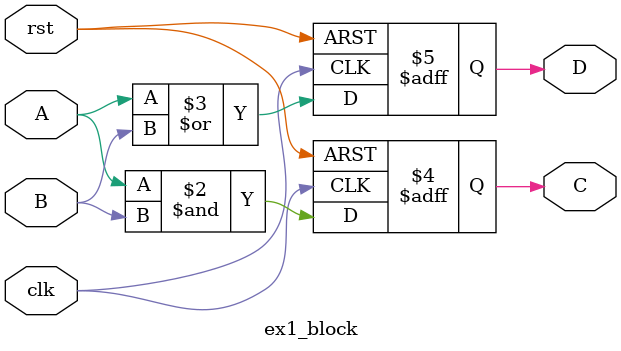
<source format=v>
module ex1_block(
    input      clk,
    input      rst,
    input      A,
    input      B,
    output reg C,
    output reg D
);

    always @ (posedge clk or posedge rst) begin
        if(rst) begin 
            C = 0;
            D = 0;
        end else begin
            C = A & B;
            D = A | B;
        end
    end

endmodule
</source>
